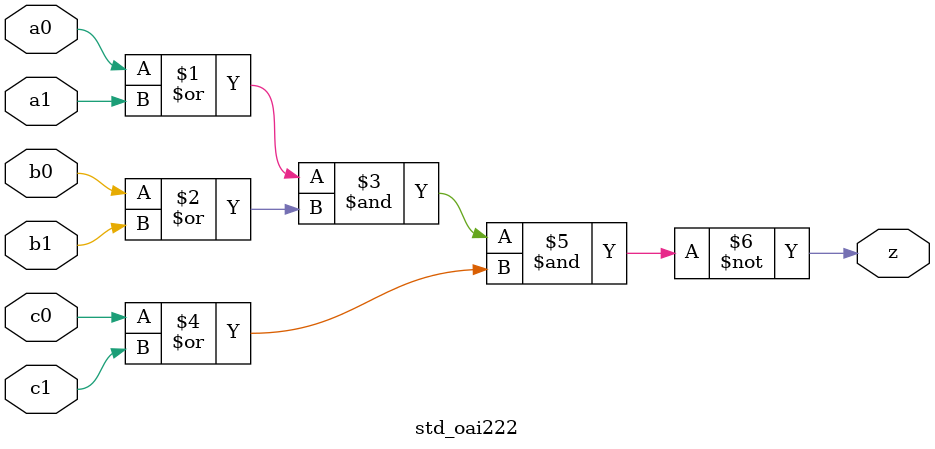
<source format=sv>

module std_oai222 #(parameter DW = 1 ) // array width
(
	input [DW-1:0]  a0,
	input [DW-1:0]  a1,
	input [DW-1:0]  b0,
	input [DW-1:0]  b1,
	input [DW-1:0]  c0,
	input [DW-1:0]  c1,
	output [DW-1:0] z
);

assign z = ~((a0 | a1) & (b0 | b1) & (c0 | c1));

endmodule

</source>
